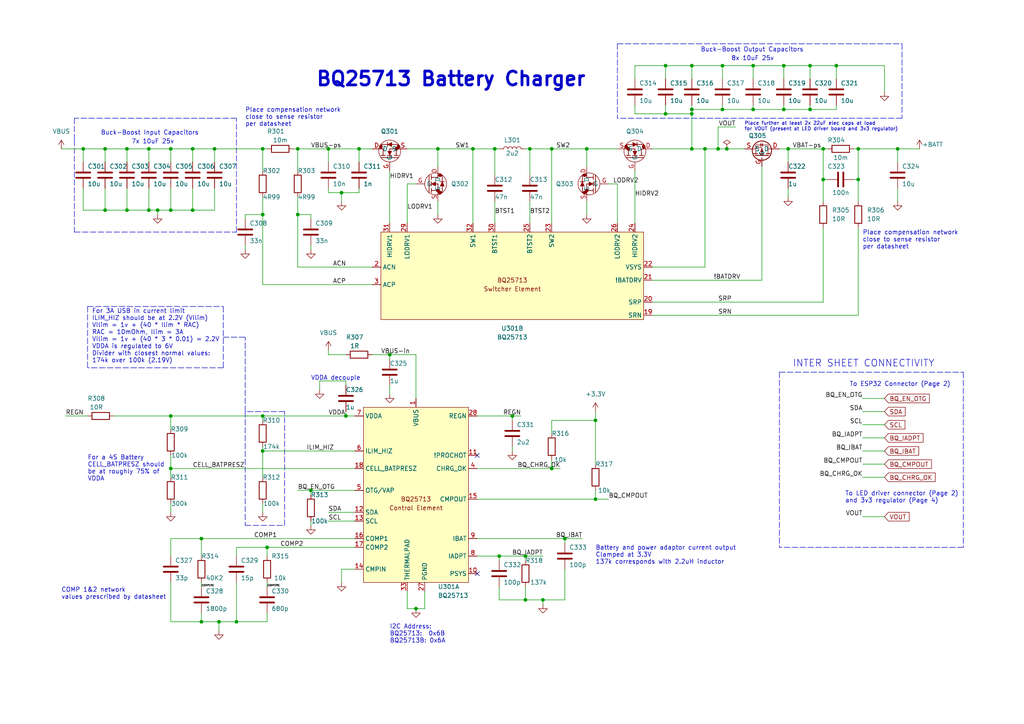
<source format=kicad_sch>
(kicad_sch (version 20211123) (generator eeschema)
  (paper "A4")
  (title_block (rev "0.3") (company "Eldalote Electronics"))
  (lib_symbols
    (symbol "Device:C" (pin_numbers hide) (pin_names (offset 0.254))
      (property "Reference" "C" (at 0.635 2.54 0))
      (property "Value" "C" (at 0.635 -2.54 0))
      (symbol "C_0_1"
        (polyline (pts (xy -2.032 -0.762) (xy 2.032 -0.762)) (stroke (width 0.508)))
        (polyline (pts (xy -2.032 0.762) (xy 2.032 0.762)) (stroke (width 0.508)))
      )
      (symbol "C_1_1"
        (pin passive line (at 0 3.81 270) (length 2.794) (name "~") (number "1"))
        (pin passive line (at 0 -3.81 90) (length 2.794) (name "~") (number "2"))
      )
    )
    (symbol "Device:L" (pin_numbers hide) (pin_names (offset 1.016) hide)
      (property "Reference" "L" (at -1.27 0 90))
      (property "Value" "L" (at 1.905 0 90))
      (symbol "L_0_1"
        (arc (start 0 -2.54) (mid 0.635 -1.905) (end 0 -1.27))
        (arc (start 0 -1.27) (mid 0.635 -0.635) (end 0 0))
        (arc (start 0 0) (mid 0.635 0.635) (end 0 1.27))
        (arc (start 0 1.27) (mid 0.635 1.905) (end 0 2.54))
      )
      (symbol "L_1_1"
        (pin passive line (at 0 3.81 270) (length 1.27) (name "1") (number "1"))
        (pin passive line (at 0 -3.81 90) (length 1.27) (name "2") (number "2"))
      )
    )
    (symbol "Device:R" (pin_numbers hide) (pin_names (offset 0))
      (property "Reference" "R" (at 2.032 0 90))
      (property "Value" "R" (at 0 0 90))
      (symbol "R_0_1"
        (rectangle (start -1.016 -2.54) (end 1.016 2.54) (stroke (width 0.254)))
      )
      (symbol "R_1_1"
        (pin passive line (at 0 3.81 270) (length 1.27) (name "~") (number "1"))
        (pin passive line (at 0 -3.81 90) (length 1.27) (name "~") (number "2"))
      )
    )
    (symbol "Eldalote_symbols:BQ25713"
      (property "Reference" "U" (at 6.35 26.67 0))
      (property "Value" "BQ25713" (at 10.16 29.21 0))
      (symbol "BQ25713_0_0"
        (text "BQ25713" (at 0 -1.27 0) (effects (font (size 1.27 1.27))))
      )
      (symbol "BQ25713_1_1"
        (rectangle (start -15.24 25.4) (end 15.24 -25.4) (fill (type background)))
        (text "Control Element" (at 0 -3.81 0) (effects (font (size 1.27 1.27))))
        (pin passive line (at 0 27.94 270) (length 2.54) (name "VBUS") (number "1"))
        (pin output line (at 17.78 -22.86 180) (length 2.54) (name "PSYS") (number "10"))
        (pin output line (at 17.78 11.43 180) (length 2.54) (name "!PROCHOT") (number "11"))
        (pin bidirectional line (at -17.78 -5.08 0) (length 2.54) (name "SDA") (number "12"))
        (pin input line (at -17.78 -7.62 0) (length 2.54) (name "SCL") (number "13"))
        (pin input line (at -17.78 -21.59 0) (length 2.54) (name "CMPIN") (number "14"))
        (pin output line (at 17.78 -1.27 180) (length 2.54) (name "CMPOUT") (number "15"))
        (pin input line (at -17.78 -12.7 0) (length 2.54) (name "COMP1") (number "16"))
        (pin input line (at -17.78 -15.24 0) (length 2.54) (name "COMP2") (number "17"))
        (pin input line (at -17.78 7.62 0) (length 2.54) (name "CELL_BATPRESZ") (number "18"))
        (pin power_in line (at 2.54 -27.94 90) (length 2.54) (name "PGND") (number "27"))
        (pin power_out line (at 17.78 22.86 180) (length 2.54) (name "REGN") (number "28"))
        (pin passive line (at -2.54 -27.94 90) (length 2.54) (name "THERMALPAD") (number "33"))
        (pin output line (at 17.78 7.62 180) (length 2.54) (name "CHRG_OK") (number "4"))
        (pin input line (at -17.78 1.27 0) (length 2.54) (name "OTG/VAP") (number "5"))
        (pin input line (at -17.78 12.7 0) (length 2.54) (name "ILIM_HIZ") (number "6"))
        (pin passive line (at -17.78 22.86 0) (length 2.54) (name "VDDA") (number "7"))
        (pin output line (at 17.78 -17.78 180) (length 2.54) (name "IADPT") (number "8"))
        (pin output line (at 17.78 -12.7 180) (length 2.54) (name "IBAT") (number "9"))
      )
      (symbol "BQ25713_2_1"
        (rectangle (start -38.1 12.7) (end 38.1 -12.7) (fill (type background)))
        (text "Switcher Element" (at 0 -3.81 0) (effects (font (size 1.27 1.27))))
        (pin passive line (at 40.64 -11.43 180) (length 2.54) (name "SRN") (number "19"))
        (pin passive line (at -40.64 2.54 0) (length 2.54) (name "ACN") (number "2"))
        (pin passive line (at 40.64 -7.62 180) (length 2.54) (name "SRP") (number "20"))
        (pin output line (at 40.64 -1.27 180) (length 2.54) (name "!BATDRV") (number "21"))
        (pin passive line (at 40.64 2.54 180) (length 2.54) (name "VSYS") (number "22"))
        (pin passive line (at 11.43 15.24 270) (length 2.54) (name "SW2") (number "23"))
        (pin output line (at 35.56 15.24 270) (length 2.54) (name "HIDRV2") (number "24"))
        (pin passive line (at 5.08 15.24 270) (length 2.54) (name "BTST2") (number "25"))
        (pin output line (at 30.48 15.24 270) (length 2.54) (name "LODRV2") (number "26"))
        (pin output line (at -30.48 15.24 270) (length 2.54) (name "LODRV1") (number "29"))
        (pin passive line (at -40.64 -2.54 0) (length 2.54) (name "ACP") (number "3"))
        (pin passive line (at -5.08 15.24 270) (length 2.54) (name "BTST1") (number "30"))
        (pin output line (at -35.56 15.24 270) (length 2.54) (name "HIDRV1") (number "31"))
        (pin passive line (at -11.43 15.24 270) (length 2.54) (name "SW1") (number "32"))
      )
    )
    (symbol "Eldalote_symbols:NFET_Gatenames"
      (property "Reference" "Q" (at 1.27 3.81 0))
      (symbol "NFET_Gatenames_0_1"
        (circle (center -0.635 0) (radius 3.175))
      )
      (symbol "NFET_Gatenames_1_1"
        (circle (center 0 -1.905) (radius 0.0254) (stroke (width 0.508)))
        (polyline (pts (xy -2.54 -2.54) (xy -2.54 2.54)) (stroke (width 0.2032)))
        (polyline (pts (xy -1.905 -2.54) (xy -1.905 -1.27)) (stroke (width 0.2032)))
        (polyline (pts (xy -1.905 -1.905) (xy 0 -1.905)) (stroke (width 0.2032)))
        (polyline (pts (xy -1.905 -0.635) (xy -1.905 0.635)) (stroke (width 0.2032)))
        (polyline (pts (xy -1.905 1.27) (xy -1.905 2.54)) (stroke (width 0.2032)))
        (polyline (pts (xy -1.905 1.905) (xy 0 1.905)) (stroke (width 0.2032)))
        (polyline (pts (xy -0.635 0) (xy 0 0)) (stroke (width 0.2032)))
        (polyline (pts (xy 0 -2.54) (xy 0 0)) (stroke (width 0.2032)))
        (polyline (pts (xy 0 -2.54) (xy 1.27 -2.54)) (stroke (width 0.2032)))
        (polyline (pts (xy 0 1.905) (xy 0 2.54)) (stroke (width 0.2032)))
        (polyline (pts (xy 0 2.54) (xy 1.27 2.54)) (stroke (width 0.2032)))
        (polyline (pts (xy 1.27 -2.54) (xy 1.27 -0.635)) (stroke (width 0.2032)))
        (polyline (pts (xy 1.27 0.635) (xy 1.27 2.54)) (stroke (width 0.2032)))
        (polyline (pts (xy 1.905 0.635) (xy 0.635 0.635)) (stroke (width 0.2032)))
        (polyline (pts (xy -0.635 0.635) (xy -1.905 0) (xy -0.635 -0.635) (xy -0.635 0.635)) (stroke (width 0.0254)) (fill (type outline)))
        (polyline (pts (xy 1.905 -0.635) (xy 0.635 -0.635) (xy 1.27 0.635) (xy 1.905 -0.635)) (stroke (width 0.0254)) (fill (type outline)))
        (circle (center 0.635 -2.54) (radius 0.0254) (stroke (width 0.508)))
        (circle (center 0.635 2.54) (radius 0.0254) (stroke (width 0.508)))
        (pin passive line (at 0 5.08 270) (length 2.54) (name "D") (number "D"))
        (pin passive line (at -6.35 0 0) (length 2.54) (name "G") (number "G"))
        (pin passive line (at 0 -5.08 90) (length 2.54) (name "S") (number "S"))
      )
    )
    (symbol "Eldalote_symbols:PMOS_Gatenames"
      (property "Reference" "Q" (at 1.27 3.81 0))
      (symbol "PMOS_Gatenames_0_1"
        (circle (center -0.508 0) (radius 2.794) (stroke (width 0.254)))
        (polyline (pts (xy -1.905 1.905) (xy -1.905 -1.905)) (stroke (width 0.254)))
        (polyline (pts (xy -1.397 -1.27) (xy -1.397 -2.286)) (stroke (width 0.254)))
        (polyline (pts (xy -1.397 0.508) (xy -1.397 -0.508)) (stroke (width 0.254)))
        (polyline (pts (xy -1.397 2.286) (xy -1.397 1.27)) (stroke (width 0.254)))
        (polyline (pts (xy 0 -2.54) (xy 0 -1.778)))
        (polyline (pts (xy 0 2.54) (xy 0 1.778)))
        (polyline (pts (xy 0.381 -1.778) (xy 0.381 0) (xy -1.397 0)))
        (polyline (pts (xy -1.397 1.778) (xy 1.143 1.778) (xy 1.143 -1.778) (xy -1.397 -1.778)))
        (polyline (pts (xy 0.127 0) (xy -0.889 0.381) (xy -0.889 -0.381) (xy 0.127 0)) (fill (type outline)))
        (polyline (pts (xy 0.635 -0.508) (xy 0.762 -0.381) (xy 1.524 -0.381) (xy 1.651 -0.254)))
        (polyline (pts (xy 1.143 -0.381) (xy 0.762 0.254) (xy 1.524 0.254) (xy 1.143 -0.381)))
      )
      (symbol "PMOS_Gatenames_1_1"
        (pin passive line (at 0 5.08 270) (length 2.54) (name "D") (number "D"))
        (pin passive line (at -5.08 0 0) (length 2.54) (name "G") (number "G"))
        (pin passive line (at 0 -5.08 90) (length 2.54) (name "S") (number "S"))
      )
    )
    (symbol "power:+3.3V" (power) (pin_names (offset 0))
      (property "Value" "+3.3V" (at 0 3.556 0))
      (symbol "+3.3V_0_1"
        (polyline (pts (xy -0.762 1.27) (xy 0 2.54)))
        (polyline (pts (xy 0 0) (xy 0 2.54)))
        (polyline (pts (xy 0 2.54) (xy 0.762 1.27)))
      )
      (symbol "+3.3V_1_1"
        (pin power_in line (at 0 0 90) (length 0) hide (name "+3.3V") (number "1"))
      )
    )
    (symbol "power:+BATT" (power) (pin_names (offset 0))
      (property "Value" "+BATT" (at 0 3.556 0))
      (symbol "+BATT_0_1"
        (polyline (pts (xy -0.762 1.27) (xy 0 2.54)))
        (polyline (pts (xy 0 0) (xy 0 2.54)))
        (polyline (pts (xy 0 2.54) (xy 0.762 1.27)))
      )
      (symbol "+BATT_1_1"
        (pin power_in line (at 0 0 90) (length 0) hide (name "+BATT") (number "1"))
      )
    )
    (symbol "power:GND" (power) (pin_names (offset 0))
      (property "Value" "GND" (at 0 -3.81 0))
      (symbol "GND_0_1"
        (polyline (pts (xy 0 0) (xy 0 -1.27) (xy 1.27 -1.27) (xy 0 -2.54) (xy -1.27 -1.27) (xy 0 -1.27)))
      )
      (symbol "GND_1_1"
        (pin power_in line (at 0 0 270) (length 0) hide (name "GND") (number "1"))
      )
    )
    (symbol "power:PWR_FLAG" (power) (pin_numbers hide) (pin_names (offset 0) hide)
      (property "Value" "PWR_FLAG" (at 0 3.81 0))
      (symbol "PWR_FLAG_0_0"
        (pin power_out line (at 0 0 90) (length 0) (name "pwr") (number "1"))
      )
      (symbol "PWR_FLAG_0_1"
        (polyline (pts (xy 0 0) (xy 0 1.27) (xy -1.016 1.905) (xy 0 2.54) (xy 1.016 1.905) (xy 0 1.27)))
      )
    )
    (symbol "power:VBUS" (power) (pin_names (offset 0))
      (property "Value" "VBUS" (at 0 3.81 0))
      (symbol "VBUS_0_1"
        (polyline (pts (xy -0.762 1.27) (xy 0 2.54)))
        (polyline (pts (xy 0 0) (xy 0 2.54)))
        (polyline (pts (xy 0 2.54) (xy 0.762 1.27)))
      )
      (symbol "VBUS_1_1"
        (pin power_in line (at 0 0 90) (length 0) hide (name "VBUS") (number "1"))
      )
    )
  )
  (junction (at 45.72 60.96))
  (junction (at 227.33 31.75))
  (junction (at 172.72 144.78))
  (junction (at 228.6 43.18))
  (junction (at 90.17 142.24))
  (junction (at 238.76 43.18))
  (junction (at 43.18 60.96))
  (junction (at 36.83 43.18))
  (junction (at 160.02 135.89))
  (junction (at 99.06 55.88))
  (junction (at 260.35 43.18))
  (junction (at 242.57 19.05))
  (junction (at 36.83 60.96))
  (junction (at 218.44 31.75))
  (junction (at 160.02 43.18))
  (junction (at 62.23 43.18))
  (junction (at 77.47 158.75))
  (junction (at 238.76 52.07))
  (junction (at 200.66 19.05))
  (junction (at 157.48 173.99))
  (junction (at 209.55 31.75))
  (junction (at 120.65 176.53))
  (junction (at 152.4 173.99))
  (junction (at 43.18 43.18))
  (junction (at 58.42 156.21))
  (junction (at 95.25 43.18))
  (junction (at 234.95 19.05))
  (junction (at 63.5 180.34))
  (junction (at 49.53 120.65))
  (junction (at 76.2 43.18))
  (junction (at 127 43.18))
  (junction (at 218.44 19.05))
  (junction (at 100.33 120.65))
  (junction (at 49.53 43.18))
  (junction (at 172.72 121.92))
  (junction (at 113.03 102.87))
  (junction (at 210.82 43.18))
  (junction (at 76.2 120.65))
  (junction (at 209.55 19.05))
  (junction (at 55.88 60.96))
  (junction (at 170.18 43.18))
  (junction (at 204.47 43.18))
  (junction (at 148.59 120.65))
  (junction (at 68.58 180.34))
  (junction (at 153.67 43.18))
  (junction (at 200.66 31.75))
  (junction (at 163.83 156.21))
  (junction (at 200.66 43.18))
  (junction (at 152.4 161.29))
  (junction (at 137.16 43.18))
  (junction (at 58.42 180.34))
  (junction (at 193.04 33.02))
  (junction (at 49.53 135.89))
  (junction (at 200.66 33.02))
  (junction (at 143.51 43.18))
  (junction (at 24.13 43.18))
  (junction (at 76.2 62.23))
  (junction (at 193.04 19.05))
  (junction (at 208.28 43.18))
  (junction (at 76.2 130.81))
  (junction (at 86.36 43.18))
  (junction (at 86.36 62.23))
  (junction (at 248.92 43.18))
  (junction (at 144.78 161.29))
  (junction (at 30.48 43.18))
  (junction (at 104.14 43.18))
  (junction (at 30.48 60.96))
  (junction (at 49.53 60.96))
  (junction (at 227.33 19.05))
  (junction (at 55.88 43.18))
  (junction (at 248.92 52.07))
  (junction (at 234.95 31.75))
  (no_connect (at 138.43 132.08))
  (no_connect (at 138.43 166.37))
  (wire (pts (xy 62.23 60.96) (xy 62.23 54.61)))
  (wire (pts (xy 100.33 111.76) (xy 100.33 110.49)))
  (wire (pts (xy 90.17 152.4) (xy 90.17 151.13)))
  (wire (pts (xy 49.53 180.34) (xy 58.42 180.34)))
  (wire (pts (xy 179.07 53.34) (xy 179.07 64.77)))
  (wire (pts (xy 95.25 148.59) (xy 102.87 148.59)))
  (wire (pts (xy 209.55 19.05) (xy 218.44 19.05)))
  (wire (pts (xy 248.92 66.04) (xy 248.92 91.44)))
  (wire (pts (xy 49.53 46.99) (xy 49.53 43.18)))
  (wire (pts (xy 90.17 142.24) (xy 90.17 143.51)))
  (wire (pts (xy 95.25 43.18) (xy 104.14 43.18)))
  (wire (pts (xy 113.03 102.87) (xy 120.65 102.87)))
  (wire (pts (xy 49.53 43.18) (xy 55.88 43.18)))
  (wire (pts (xy 62.23 43.18) (xy 76.2 43.18)))
  (wire (pts (xy 218.44 19.05) (xy 218.44 22.86)))
  (wire (pts (xy 238.76 66.04) (xy 238.76 87.63)))
  (wire (pts (xy 260.35 54.61) (xy 260.35 58.42)))
  (wire (pts (xy 172.72 119.38) (xy 172.72 121.92)))
  (wire (pts (xy 118.11 53.34) (xy 120.65 53.34)))
  (wire (pts (xy 63.5 182.88) (xy 63.5 180.34)))
  (wire (pts (xy 68.58 158.75) (xy 68.58 161.29)))
  (wire (pts (xy 143.51 43.18) (xy 143.51 50.8)))
  (wire (pts (xy 55.88 54.61) (xy 55.88 60.96)))
  (wire (pts (xy 160.02 43.18) (xy 160.02 64.77)))
  (wire (pts (xy 189.23 81.28) (xy 220.98 81.28)))
  (wire (pts (xy 113.03 102.87) (xy 113.03 104.14)))
  (wire (pts (xy 238.76 43.18) (xy 240.03 43.18)))
  (wire (pts (xy 76.2 62.23) (xy 76.2 57.15)))
  (wire (pts (xy 250.19 115.57) (xy 256.54 115.57)))
  (wire (pts (xy 120.65 176.53) (xy 123.19 176.53)))
  (wire (pts (xy 100.33 120.65) (xy 102.87 120.65)))
  (wire (pts (xy 77.47 180.34) (xy 77.47 177.8)))
  (wire (pts (xy 172.72 142.24) (xy 172.72 144.78)))
  (polyline (pts (xy 25.4 88.9) (xy 25.4 106.68)))
  (wire (pts (xy 152.4 173.99) (xy 157.48 173.99)))
  (wire (pts (xy 138.43 161.29) (xy 144.78 161.29)))
  (wire (pts (xy 68.58 168.91) (xy 68.58 180.34)))
  (wire (pts (xy 49.53 146.05) (xy 49.53 148.59)))
  (polyline (pts (xy 64.77 106.68) (xy 25.4 106.68)))
  (wire (pts (xy 144.78 161.29) (xy 152.4 161.29)))
  (polyline (pts (xy 21.59 40.64) (xy 21.59 67.31)))
  (polyline (pts (xy 71.12 152.4) (xy 82.55 152.4)))
  (wire (pts (xy 153.67 43.18) (xy 153.67 50.8)))
  (wire (pts (xy 49.53 156.21) (xy 58.42 156.21)))
  (wire (pts (xy 86.36 43.18) (xy 95.25 43.18)))
  (wire (pts (xy 242.57 31.75) (xy 234.95 31.75)))
  (wire (pts (xy 43.18 46.99) (xy 43.18 43.18)))
  (wire (pts (xy 127 43.18) (xy 137.16 43.18)))
  (polyline (pts (xy 68.58 67.31) (xy 68.58 34.29)))
  (wire (pts (xy 248.92 91.44) (xy 189.23 91.44)))
  (wire (pts (xy 100.33 119.38) (xy 100.33 120.65)))
  (wire (pts (xy 107.95 77.47) (xy 86.36 77.47)))
  (wire (pts (xy 228.6 43.18) (xy 238.76 43.18)))
  (wire (pts (xy 200.66 30.48) (xy 200.66 31.75)))
  (wire (pts (xy 43.18 54.61) (xy 43.18 60.96)))
  (wire (pts (xy 250.19 123.19) (xy 256.54 123.19)))
  (wire (pts (xy 204.47 77.47) (xy 204.47 43.18)))
  (wire (pts (xy 77.47 168.91) (xy 77.47 170.18)))
  (wire (pts (xy 152.4 161.29) (xy 152.4 162.56)))
  (wire (pts (xy 242.57 19.05) (xy 256.54 19.05)))
  (wire (pts (xy 107.95 102.87) (xy 113.03 102.87)))
  (wire (pts (xy 220.98 48.26) (xy 220.98 81.28)))
  (wire (pts (xy 77.47 158.75) (xy 77.47 161.29)))
  (wire (pts (xy 260.35 46.99) (xy 260.35 43.18)))
  (wire (pts (xy 49.53 135.89) (xy 102.87 135.89)))
  (wire (pts (xy 86.36 62.23) (xy 86.36 77.47)))
  (wire (pts (xy 189.23 87.63) (xy 238.76 87.63)))
  (wire (pts (xy 100.33 102.87) (xy 95.25 102.87)))
  (wire (pts (xy 104.14 55.88) (xy 104.14 54.61)))
  (wire (pts (xy 85.09 43.18) (xy 86.36 43.18)))
  (wire (pts (xy 160.02 121.92) (xy 172.72 121.92)))
  (wire (pts (xy 250.19 130.81) (xy 256.54 130.81)))
  (wire (pts (xy 55.88 43.18) (xy 55.88 46.99)))
  (wire (pts (xy 30.48 60.96) (xy 36.83 60.96)))
  (wire (pts (xy 19.05 120.65) (xy 25.4 120.65)))
  (wire (pts (xy 76.2 43.18) (xy 76.2 49.53)))
  (wire (pts (xy 95.25 102.87) (xy 95.25 101.6)))
  (wire (pts (xy 137.16 43.18) (xy 143.51 43.18)))
  (wire (pts (xy 49.53 60.96) (xy 55.88 60.96)))
  (wire (pts (xy 107.95 82.55) (xy 76.2 82.55)))
  (wire (pts (xy 100.33 110.49) (xy 92.71 110.49)))
  (wire (pts (xy 138.43 135.89) (xy 160.02 135.89)))
  (wire (pts (xy 163.83 157.48) (xy 163.83 156.21)))
  (wire (pts (xy 209.55 19.05) (xy 209.55 22.86)))
  (wire (pts (xy 184.15 49.53) (xy 184.15 64.77)))
  (wire (pts (xy 204.47 43.18) (xy 208.28 43.18)))
  (wire (pts (xy 193.04 19.05) (xy 193.04 22.86)))
  (polyline (pts (xy 279.4 158.75) (xy 226.06 158.75)))
  (wire (pts (xy 123.19 171.45) (xy 123.19 176.53)))
  (wire (pts (xy 260.35 43.18) (xy 266.7 43.18)))
  (polyline (pts (xy 82.55 152.4) (xy 82.55 119.38)))
  (wire (pts (xy 118.11 171.45) (xy 118.11 176.53)))
  (wire (pts (xy 247.65 43.18) (xy 248.92 43.18)))
  (wire (pts (xy 234.95 19.05) (xy 234.95 22.86)))
  (wire (pts (xy 127 58.42) (xy 127 62.23)))
  (polyline (pts (xy 64.77 97.79) (xy 71.12 97.79)))
  (wire (pts (xy 152.4 161.29) (xy 157.48 161.29)))
  (wire (pts (xy 250.19 138.43) (xy 256.54 138.43)))
  (wire (pts (xy 95.25 43.18) (xy 95.25 46.99)))
  (wire (pts (xy 102.87 130.81) (xy 76.2 130.81)))
  (wire (pts (xy 200.66 33.02) (xy 200.66 43.18)))
  (wire (pts (xy 90.17 63.5) (xy 90.17 62.23)))
  (wire (pts (xy 113.03 49.53) (xy 113.03 64.77)))
  (wire (pts (xy 90.17 62.23) (xy 86.36 62.23)))
  (wire (pts (xy 71.12 71.12) (xy 71.12 72.39)))
  (wire (pts (xy 99.06 165.1) (xy 99.06 168.91)))
  (wire (pts (xy 86.36 57.15) (xy 86.36 62.23)))
  (wire (pts (xy 153.67 43.18) (xy 160.02 43.18)))
  (wire (pts (xy 200.66 19.05) (xy 200.66 22.86)))
  (wire (pts (xy 76.2 120.65) (xy 100.33 120.65)))
  (wire (pts (xy 247.65 52.07) (xy 248.92 52.07)))
  (wire (pts (xy 228.6 43.18) (xy 228.6 46.99)))
  (wire (pts (xy 24.13 43.18) (xy 30.48 43.18)))
  (wire (pts (xy 49.53 168.91) (xy 49.53 180.34)))
  (wire (pts (xy 24.13 60.96) (xy 30.48 60.96)))
  (polyline (pts (xy 21.59 67.31) (xy 68.58 67.31)))
  (wire (pts (xy 218.44 30.48) (xy 218.44 31.75)))
  (wire (pts (xy 127 43.18) (xy 127 48.26)))
  (wire (pts (xy 148.59 129.54) (xy 148.59 130.81)))
  (polyline (pts (xy 261.62 34.29) (xy 179.07 34.29)))
  (wire (pts (xy 17.78 43.18) (xy 24.13 43.18)))
  (wire (pts (xy 210.82 43.18) (xy 215.9 43.18)))
  (wire (pts (xy 58.42 168.91) (xy 58.42 170.18)))
  (wire (pts (xy 49.53 120.65) (xy 76.2 120.65)))
  (wire (pts (xy 163.83 156.21) (xy 168.91 156.21)))
  (wire (pts (xy 118.11 43.18) (xy 127 43.18)))
  (wire (pts (xy 234.95 31.75) (xy 227.33 31.75)))
  (wire (pts (xy 24.13 54.61) (xy 24.13 60.96)))
  (polyline (pts (xy 71.12 119.38) (xy 71.12 97.79)))
  (wire (pts (xy 209.55 30.48) (xy 209.55 31.75)))
  (wire (pts (xy 76.2 121.92) (xy 76.2 120.65)))
  (wire (pts (xy 102.87 158.75) (xy 77.47 158.75)))
  (wire (pts (xy 227.33 31.75) (xy 218.44 31.75)))
  (wire (pts (xy 184.15 19.05) (xy 193.04 19.05)))
  (wire (pts (xy 55.88 60.96) (xy 62.23 60.96)))
  (wire (pts (xy 49.53 135.89) (xy 49.53 138.43)))
  (wire (pts (xy 68.58 158.75) (xy 77.47 158.75)))
  (wire (pts (xy 144.78 170.18) (xy 144.78 173.99)))
  (wire (pts (xy 113.03 111.76) (xy 113.03 114.3)))
  (wire (pts (xy 92.71 110.49) (xy 92.71 113.03)))
  (wire (pts (xy 76.2 130.81) (xy 76.2 138.43)))
  (polyline (pts (xy 25.4 88.9) (xy 64.77 88.9)))
  (wire (pts (xy 58.42 180.34) (xy 63.5 180.34)))
  (wire (pts (xy 250.19 119.38) (xy 256.54 119.38)))
  (wire (pts (xy 172.72 144.78) (xy 176.53 144.78)))
  (wire (pts (xy 36.83 43.18) (xy 43.18 43.18)))
  (wire (pts (xy 226.06 43.18) (xy 228.6 43.18)))
  (wire (pts (xy 30.48 43.18) (xy 36.83 43.18)))
  (wire (pts (xy 160.02 125.73) (xy 160.02 121.92)))
  (wire (pts (xy 138.43 144.78) (xy 172.72 144.78)))
  (wire (pts (xy 227.33 19.05) (xy 234.95 19.05)))
  (wire (pts (xy 208.28 36.83) (xy 213.36 36.83)))
  (wire (pts (xy 184.15 22.86) (xy 184.15 19.05)))
  (wire (pts (xy 43.18 60.96) (xy 45.72 60.96)))
  (wire (pts (xy 153.67 58.42) (xy 153.67 64.77)))
  (wire (pts (xy 118.11 53.34) (xy 118.11 64.77)))
  (wire (pts (xy 193.04 30.48) (xy 193.04 33.02)))
  (wire (pts (xy 250.19 127) (xy 256.54 127)))
  (wire (pts (xy 143.51 58.42) (xy 143.51 64.77)))
  (wire (pts (xy 228.6 54.61) (xy 228.6 57.15)))
  (wire (pts (xy 170.18 43.18) (xy 170.18 48.26)))
  (wire (pts (xy 68.58 180.34) (xy 77.47 180.34)))
  (wire (pts (xy 170.18 58.42) (xy 170.18 62.23)))
  (wire (pts (xy 138.43 120.65) (xy 148.59 120.65)))
  (wire (pts (xy 102.87 165.1) (xy 99.06 165.1)))
  (wire (pts (xy 148.59 120.65) (xy 148.59 121.92)))
  (wire (pts (xy 120.65 115.57) (xy 120.65 102.87)))
  (wire (pts (xy 58.42 156.21) (xy 58.42 161.29)))
  (wire (pts (xy 163.83 173.99) (xy 157.48 173.99)))
  (wire (pts (xy 24.13 46.99) (xy 24.13 43.18)))
  (wire (pts (xy 49.53 135.89) (xy 49.53 132.08)))
  (wire (pts (xy 43.18 43.18) (xy 49.53 43.18)))
  (wire (pts (xy 45.72 60.96) (xy 49.53 60.96)))
  (polyline (pts (xy 64.77 88.9) (xy 64.77 106.68)))
  (wire (pts (xy 189.23 77.47) (xy 204.47 77.47)))
  (wire (pts (xy 250.19 134.62) (xy 256.54 134.62)))
  (wire (pts (xy 71.12 62.23) (xy 76.2 62.23)))
  (wire (pts (xy 238.76 52.07) (xy 238.76 58.42)))
  (wire (pts (xy 193.04 33.02) (xy 200.66 33.02)))
  (polyline (pts (xy 82.55 119.38) (xy 71.12 119.38)))
  (wire (pts (xy 49.53 161.29) (xy 49.53 156.21)))
  (wire (pts (xy 36.83 60.96) (xy 43.18 60.96)))
  (wire (pts (xy 208.28 43.18) (xy 210.82 43.18)))
  (wire (pts (xy 160.02 43.18) (xy 170.18 43.18)))
  (polyline (pts (xy 68.58 34.29) (xy 21.59 34.29)))
  (wire (pts (xy 200.66 19.05) (xy 209.55 19.05)))
  (polyline (pts (xy 261.62 12.7) (xy 261.62 34.29)))
  (polyline (pts (xy 226.06 107.95) (xy 279.4 107.95)))
  (wire (pts (xy 58.42 180.34) (xy 58.42 177.8)))
  (wire (pts (xy 77.47 43.18) (xy 76.2 43.18)))
  (wire (pts (xy 218.44 31.75) (xy 209.55 31.75)))
  (polyline (pts (xy 279.4 107.95) (xy 279.4 158.75)))
  (wire (pts (xy 137.16 43.18) (xy 137.16 64.77)))
  (wire (pts (xy 152.4 170.18) (xy 152.4 173.99)))
  (wire (pts (xy 144.78 173.99) (xy 152.4 173.99)))
  (polyline (pts (xy 71.12 119.38) (xy 71.12 152.4)))
  (wire (pts (xy 76.2 82.55) (xy 76.2 62.23)))
  (wire (pts (xy 99.06 55.88) (xy 104.14 55.88)))
  (wire (pts (xy 36.83 54.61) (xy 36.83 60.96)))
  (wire (pts (xy 189.23 43.18) (xy 200.66 43.18)))
  (wire (pts (xy 157.48 173.99) (xy 157.48 175.26)))
  (wire (pts (xy 242.57 19.05) (xy 242.57 22.86)))
  (wire (pts (xy 160.02 135.89) (xy 162.56 135.89)))
  (wire (pts (xy 30.48 46.99) (xy 30.48 43.18)))
  (wire (pts (xy 86.36 142.24) (xy 90.17 142.24)))
  (wire (pts (xy 209.55 31.75) (xy 200.66 31.75)))
  (wire (pts (xy 76.2 146.05) (xy 76.2 148.59)))
  (wire (pts (xy 95.25 54.61) (xy 95.25 55.88)))
  (wire (pts (xy 170.18 43.18) (xy 179.07 43.18)))
  (wire (pts (xy 184.15 30.48) (xy 184.15 33.02)))
  (wire (pts (xy 118.11 176.53) (xy 120.65 176.53)))
  (wire (pts (xy 227.33 30.48) (xy 227.33 31.75)))
  (wire (pts (xy 45.72 60.96) (xy 45.72 62.23)))
  (wire (pts (xy 184.15 33.02) (xy 193.04 33.02)))
  (wire (pts (xy 256.54 19.05) (xy 256.54 26.67)))
  (wire (pts (xy 200.66 31.75) (xy 200.66 33.02)))
  (wire (pts (xy 238.76 52.07) (xy 240.03 52.07)))
  (wire (pts (xy 218.44 19.05) (xy 227.33 19.05)))
  (wire (pts (xy 143.51 43.18) (xy 144.78 43.18)))
  (polyline (pts (xy 179.07 12.7) (xy 261.62 12.7)))
  (wire (pts (xy 33.02 120.65) (xy 49.53 120.65)))
  (wire (pts (xy 238.76 43.18) (xy 238.76 52.07)))
  (wire (pts (xy 234.95 19.05) (xy 242.57 19.05)))
  (wire (pts (xy 242.57 30.48) (xy 242.57 31.75)))
  (wire (pts (xy 227.33 19.05) (xy 227.33 22.86)))
  (wire (pts (xy 163.83 165.1) (xy 163.83 173.99)))
  (wire (pts (xy 200.66 43.18) (xy 204.47 43.18)))
  (wire (pts (xy 63.5 180.34) (xy 68.58 180.34)))
  (wire (pts (xy 102.87 142.24) (xy 90.17 142.24)))
  (wire (pts (xy 248.92 43.18) (xy 248.92 52.07)))
  (wire (pts (xy 71.12 63.5) (xy 71.12 62.23)))
  (wire (pts (xy 55.88 43.18) (xy 62.23 43.18)))
  (wire (pts (xy 248.92 43.18) (xy 260.35 43.18)))
  (wire (pts (xy 148.59 120.65) (xy 151.13 120.65)))
  (wire (pts (xy 99.06 55.88) (xy 99.06 58.42)))
  (wire (pts (xy 95.25 151.13) (xy 102.87 151.13)))
  (wire (pts (xy 152.4 43.18) (xy 153.67 43.18)))
  (wire (pts (xy 160.02 135.89) (xy 160.02 133.35)))
  (wire (pts (xy 95.25 55.88) (xy 99.06 55.88)))
  (wire (pts (xy 144.78 161.29) (xy 144.78 162.56)))
  (wire (pts (xy 248.92 52.07) (xy 248.92 58.42)))
  (wire (pts (xy 49.53 54.61) (xy 49.53 60.96)))
  (wire (pts (xy 76.2 130.81) (xy 76.2 129.54)))
  (wire (pts (xy 172.72 121.92) (xy 172.72 134.62)))
  (wire (pts (xy 49.53 120.65) (xy 49.53 124.46)))
  (wire (pts (xy 90.17 71.12) (xy 90.17 72.39)))
  (wire (pts (xy 176.53 53.34) (xy 179.07 53.34)))
  (wire (pts (xy 102.87 156.21) (xy 58.42 156.21)))
  (wire (pts (xy 104.14 43.18) (xy 104.14 46.99)))
  (wire (pts (xy 36.83 46.99) (xy 36.83 43.18)))
  (wire (pts (xy 193.04 19.05) (xy 200.66 19.05)))
  (wire (pts (xy 62.23 46.99) (xy 62.23 43.18)))
  (wire (pts (xy 138.43 156.21) (xy 163.83 156.21)))
  (wire (pts (xy 250.19 149.86) (xy 256.54 149.86)))
  (polyline (pts (xy 179.07 12.7) (xy 179.07 34.29)))
  (wire (pts (xy 104.14 43.18) (xy 107.95 43.18)))
  (polyline (pts (xy 21.59 34.29) (xy 21.59 40.64)))
  (wire (pts (xy 30.48 54.61) (xy 30.48 60.96)))
  (polyline (pts (xy 226.06 107.95) (xy 226.06 158.75)))
  (wire (pts (xy 86.36 43.18) (xy 86.36 49.53)))
  (wire (pts (xy 234.95 30.48) (xy 234.95 31.75)))
  (wire (pts (xy 208.28 43.18) (xy 208.28 36.83)))
  (text "To LED driver connector (Page 2)\nand 3v3 regulator (Page 4)\n" (at 245.11 146.05 0) (effects (font (size 1.27 1.27)) (justify left bottom)))
  (text "Buck-Boost Input Capacitors" (at 29.21 39.37 0) (effects (font (size 1.27 1.27)) (justify left bottom)))
  (text "INTER SHEET CONNECTIVITY" (at 229.87 106.68 0) (effects (font (size 2 2)) (justify left bottom)))
  (text "For a 4S Battery \nCELL_BATPRESZ should\nbe at roughly 75% of \nVDDA" (at 25.4 139.7 0) (effects (font (size 1.27 1.27)) (justify left bottom)))
  (text "7x 10uF 25v " (at 38.1 41.91 0) (effects (font (size 1.27 1.27)) (justify left bottom)))
  (text "8x 10uF 25v " (at 212.09 17.78 0) (effects (font (size 1.27 1.27)) (justify left bottom)))
  (text "COMP 1&2 network\nvalues prescribed by datasheet\n" (at 17.78 173.99 0) (effects (font (size 1.27 1.27)) (justify left bottom)))
  (text "Place further at least 2x 22uF elec caps at load\nfor VOUT (present at LED driver board and 3v3 regulator)" (at 215.9 38.1 0) (effects (font (size 1 1)) (justify left bottom)))
  (text "BQ25713 Battery Charger " (at 91.44 25.4 0) (effects (font (size 4 4) (thickness 0.8) bold) (justify left bottom)))
  (text "VDDA decouple\n" (at 90.17 110.49 0) (effects (font (size 1.27 1.27)) (justify left bottom)))
  (text "To ESP32 Connector (Page 2)\n\n" (at 246.38 114.3 0) (effects (font (size 1.27 1.27)) (justify left bottom)))
  (text "Place compensation network\nclose to sense resistor\nper datasheet\n" (at 250.19 72.39 0) (effects (font (size 1.27 1.27)) (justify left bottom)))
  (text "Buck-Boost Output Capacitors" (at 203.2 15.24 0) (effects (font (size 1.27 1.27)) (justify left bottom)))
  (text "Battery and power adaptor current output\nClamped at 3.3V\n137k corresponds with 2.2uH inductor\n" (at 172.72 163.83 0) (effects (font (size 1.27 1.27)) (justify left bottom)))
  (text "Place compensation network\nclose to sense resistor\nper datasheet\n" (at 71.12 36.83 0) (effects (font (size 1.27 1.27)) (justify left bottom)))
  (text "I2C Address: \nBQ25713:  0x6B\nBQ25713B: 0x6A" (at 113.03 186.69 0) (effects (font (size 1.27 1.27)) (justify left bottom)))
  (text "For 3A USB in current limit\nILIM_HIZ should be at 2.2V (VIlim)\nVIlim = 1v + (40 * Ilim * RAC)\nRAC = 10mOhm, Ilim = 3A\nVIlim = 1v + (40 * 3 * 0.01) = 2.2V\nVDDA is regulated to 6V\nDivider with closest normal values:\n174k over 100k (2.19V)" (at 26.67 105.41 0) (effects (font (size 1.27 1.27)) (justify left bottom)))
  (label "SCL" (at 250.19 123.19 180))
  (label "REGN" (at 151.13 120.65 180))
  (label "VOUT" (at 213.36 36.83 180))
  (label "CELL_BATPRESZ" (at 55.88 135.89 0))
  (label "SW1" (at 132.08 43.18 0))
  (label "HIDRV2" (at 184.15 57.15 0))
  (label "COMP2" (at 81.28 158.75 0))
  (label "REGN" (at 19.05 120.65 0))
  (label "ACN" (at 96.52 77.47 0))
  (label "SDA" (at 250.19 119.38 180))
  (label "BQ_CMPOUT" (at 250.19 134.62 180))
  (label "BTST2" (at 153.67 62.23 0))
  (label "BQ_IADPT" (at 250.19 127 180))
  (label "SCL" (at 95.25 151.13 0))
  (label "VBUS-in" (at 110.49 102.87 0))
  (label "HIDRV1" (at 113.03 52.07 0))
  (label "SRN" (at 208.28 91.44 0))
  (label "BQ_IADPT" (at 157.48 161.29 180))
  (label "ILIM_HIZ" (at 88.9 130.81 0))
  (label "BQ_EN_OTG" (at 250.19 115.57 180))
  (label "BQ_CHRG_OK" (at 250.19 138.43 180))
  (label "VOUT" (at 250.19 149.86 180))
  (label "VBAT-ps" (at 229.87 43.18 0))
  (label "SW2" (at 161.29 43.18 0))
  (label "BQ_CMPOUT" (at 176.53 144.78 0))
  (label "BQ_IBAT" (at 250.19 130.81 180))
  (label "ACP" (at 96.52 82.55 0))
  (label "SDA" (at 95.25 148.59 0))
  (label "COMP1RC" (at 58.42 170.18 0) (effects (font (size 0.5 0.5))))
  (label "VBUS-ps" (at 90.17 43.18 0))
  (label "COMP1" (at 73.66 156.21 0))
  (label "!BATDRV" (at 207.01 81.28 0))
  (label "VDDA" (at 95.25 120.65 0))
  (label "BQ_EN_OTG" (at 86.36 142.24 0))
  (label "LODRV1" (at 118.11 60.96 0))
  (label "BTST1" (at 143.51 62.23 0))
  (label "BQ_CHRG_OK" (at 162.56 135.89 180))
  (label "BQ_IBAT" (at 168.91 156.21 180))
  (label "LODRV2" (at 177.8 53.34 0))
  (label "SRP" (at 208.28 87.63 0))
  (label "COMP2RC" (at 77.47 170.18 0) (effects (font (size 0.5 0.5))))
  (global_label "BQ_IADPT" (shape input) (at 256.54 127 0) (property "Intersheet References" "${INTERSHEET_REFS}" (effects hide)))
  (global_label "VOUT" (shape input) (at 256.54 149.86 0) (property "Intersheet References" "${INTERSHEET_REFS}" (effects hide)))
  (global_label "BQ_CMPOUT" (shape input) (at 256.54 134.62 0) (property "Intersheet References" "${INTERSHEET_REFS}" (effects hide)))
  (global_label "BQ_IBAT" (shape input) (at 256.54 130.81 0) (property "Intersheet References" "${INTERSHEET_REFS}" (effects hide)))
  (global_label "BQ_EN_OTG" (shape input) (at 256.54 115.57 0) (property "Intersheet References" "${INTERSHEET_REFS}" (effects hide)))
  (global_label "SCL" (shape input) (at 256.54 123.19 0) (property "Intersheet References" "${INTERSHEET_REFS}" (effects hide)))
  (global_label "BQ_CHRG_OK" (shape input) (at 256.54 138.43 0) (property "Intersheet References" "${INTERSHEET_REFS}" (effects hide)))
  (global_label "SDA" (shape input) (at 256.54 119.38 0) (property "Intersheet References" "${INTERSHEET_REFS}" (effects hide)))
  (symbol (lib_id "Device:C") (at 260.35 50.8 0) (unit 1)
    (property "Reference" "C324" (at 261.62 48.26 0) (effects (justify left)))
    (property "Value" "10u" (at 261.62 53.34 0) (effects (justify left)))
    (property "Footprint" "Capacitor_SMD:C_0805_2012Metric" (effects hide))
    (property "Extra Requirement" "25V" (effects hide))
    (property "MfID" "CL21A106KAYNNNG" (effects hide))
  )
  (symbol (lib_id "Eldalote_symbols:NFET_Gatenames") (at 113.03 43.18 90) (unit 1)
    (property "Reference" "Q301" (at 113.03 38.1 90))
    (property "Value" "NFET_Gatenames" (effects hide))
    (property "Footprint" "Eldalote-footprints:DFN3x3A_8L_EP1_P" (effects hide))
    (property "MfID" "AON7400A" (effects hide))
  )
  (symbol (lib_id "Device:C") (at 227.33 26.67 0) (unit 1)
    (property "Reference" "C319" (at 228.6 24.13 0) (effects (justify left)))
    (property "Value" "10u" (at 228.6 29.21 0) (effects (justify left)))
    (property "Footprint" "Capacitor_SMD:C_0805_2012Metric" (effects hide))
    (property "Extra Requirement" "25V" (effects hide))
    (property "MfID" "CL21A106KAYNNNG" (effects hide))
  )
  (symbol (lib_id "Device:R") (at 29.21 120.65 90) (unit 1)
    (property "Reference" "R308" (at 27.94 115.57 90))
    (property "Value" "10R" (at 27.94 118.11 90))
    (property "Footprint" "Resistor_SMD:R_0402_1005Metric" (effects hide))
    (property "MfID" "RK73H1ETTP10R0F" (effects hide))
  )
  (symbol (lib_id "Device:C") (at 49.53 165.1 0) (unit 1)
    (property "Reference" "C327" (at 50.8 162.56 0) (effects (justify left)))
    (property "Value" "33p" (at 50.8 167.64 0) (effects (justify left)))
    (property "Footprint" "Capacitor_SMD:C_0402_1005Metric" (effects hide))
    (property "MfID" "885012005058" (effects hide))
  )
  (symbol (lib_id "power:GND") (at 45.72 62.23 0) (unit 1)
    (property "Reference" "#PWR0303" (effects hide))
    (property "Value" "GND" (effects hide))
  )
  (symbol (lib_id "power:GND") (at 260.35 58.42 0) (unit 1)
    (property "Reference" "#PWR0322" (effects hide))
    (property "Value" "GND" (effects hide))
  )
  (symbol (lib_id "Device:C") (at 242.57 26.67 0) (unit 1)
    (property "Reference" "C321" (at 243.84 24.13 0) (effects (justify left)))
    (property "Value" "10u" (at 243.84 29.21 0) (effects (justify left)))
    (property "Footprint" "Capacitor_SMD:C_0805_2012Metric" (effects hide))
    (property "Extra Requirement" "25V" (effects hide))
    (property "MfID" "CL21A106KAYNNNG" (effects hide))
  )
  (symbol (lib_id "Device:C") (at 24.13 50.8 0) (unit 1)
    (property "Reference" "C301" (at 25.4 48.26 0) (effects (justify left)))
    (property "Value" "10u" (at 25.4 53.34 0) (effects (justify left)))
    (property "Footprint" "Capacitor_SMD:C_0805_2012Metric" (effects hide))
    (property "Extra Requirement" "25V" (effects hide))
    (property "MfID" "CL21A106KAYNNNG" (effects hide))
  )
  (symbol (lib_id "Device:C") (at 100.33 115.57 180) (unit 1)
    (property "Reference" "C326" (at 105.41 113.03 0) (effects (justify left)))
    (property "Value" "1u" (at 102.87 118.11 0) (effects (justify left)))
    (property "Footprint" "Capacitor_SMD:C_0603_1608Metric" (effects hide))
    (property "Extra Requirement" "25V" (effects hide))
    (property "MfID" "CL10A105KA8NNNC" (effects hide))
  )
  (symbol (lib_id "Device:R") (at 152.4 166.37 180) (unit 1)
    (property "Reference" "R318" (at 154.94 162.56 0))
    (property "Value" "137k" (at 156.21 168.91 0))
    (property "Footprint" "Resistor_SMD:R_0402_1005Metric" (effects hide))
    (property "MfID" "RMCF0402FT137K" (effects hide))
  )
  (symbol (lib_id "power:GND") (at 71.12 72.39 0) (unit 1)
    (property "Reference" "#PWR0305" (effects hide))
    (property "Value" "GND" (effects hide))
  )
  (symbol (lib_id "Device:C") (at 49.53 50.8 0) (unit 1)
    (property "Reference" "C305" (at 50.8 48.26 0) (effects (justify left)))
    (property "Value" "10u" (at 50.8 53.34 0) (effects (justify left)))
    (property "Footprint" "Capacitor_SMD:C_0805_2012Metric" (effects hide))
    (property "Extra Requirement" "25V" (effects hide))
    (property "MfID" "CL21A106KAYNNNG" (effects hide))
  )
  (symbol (lib_id "power:GND") (at 99.06 168.91 0) (unit 1)
    (property "Reference" "#PWR0312" (effects hide))
    (property "Value" "GND" (effects hide))
  )
  (symbol (lib_id "Device:C") (at 218.44 26.67 0) (unit 1)
    (property "Reference" "C318" (at 219.71 24.13 0) (effects (justify left)))
    (property "Value" "10u" (at 219.71 29.21 0) (effects (justify left)))
    (property "Footprint" "Capacitor_SMD:C_0805_2012Metric" (effects hide))
    (property "Extra Requirement" "25V" (effects hide))
    (property "MfID" "CL21A106KAYNNNG" (effects hide))
  )
  (symbol (lib_id "power:VBUS") (at 95.25 101.6 0) (unit 1)
    (property "Reference" "#PWR0310" (effects hide))
    (property "Value" "VBUS" (at 95.25 96.52 0))
  )
  (symbol (lib_id "power:GND") (at 63.5 182.88 0) (unit 1)
    (property "Reference" "#PWR0304" (effects hide))
    (property "Value" "GND" (effects hide))
  )
  (symbol (lib_id "Device:R") (at 90.17 147.32 180) (unit 1)
    (property "Reference" "R313" (at 92.71 143.51 0))
    (property "Value" "100k" (at 92.71 151.13 0))
    (property "Footprint" "Resistor_SMD:R_0402_1005Metric" (effects hide))
    (property "MfID" "CR0402-FX-1003GLF" (effects hide))
  )
  (symbol (lib_id "Device:C") (at 234.95 26.67 0) (unit 1)
    (property "Reference" "C320" (at 236.22 24.13 0) (effects (justify left)))
    (property "Value" "10u" (at 236.22 29.21 0) (effects (justify left)))
    (property "Footprint" "Capacitor_SMD:C_0805_2012Metric" (effects hide))
    (property "Extra Requirement" "25V" (effects hide))
    (property "MfID" "CL21A106KAYNNNG" (effects hide))
  )
  (symbol (lib_id "Device:C") (at 36.83 50.8 0) (unit 1)
    (property "Reference" "C303" (at 38.1 48.26 0) (effects (justify left)))
    (property "Value" "10u" (at 38.1 53.34 0) (effects (justify left)))
    (property "Footprint" "Capacitor_SMD:C_0805_2012Metric" (effects hide))
    (property "Extra Requirement" "25V" (effects hide))
    (property "MfID" "CL21A106KAYNNNG" (effects hide))
  )
  (symbol (lib_id "Device:R") (at 76.2 142.24 180) (unit 1)
    (property "Reference" "R312" (at 78.74 138.43 0))
    (property "Value" "100k" (at 78.74 146.05 0))
    (property "Footprint" "Resistor_SMD:R_0402_1005Metric" (effects hide))
    (property "MfID" "CR0402-FX-1003GLF" (effects hide))
  )
  (symbol (lib_id "power:GND") (at 256.54 26.67 0) (unit 1)
    (property "Reference" "#PWR0321" (effects hide))
    (property "Value" "GND" (effects hide))
  )
  (symbol (lib_id "Device:C") (at 77.47 173.99 0) (unit 1)
    (property "Reference" "C330" (at 78.74 171.45 0) (effects (justify left)))
    (property "Value" "680p" (at 78.74 176.53 0) (effects (justify left)))
    (property "Footprint" "Capacitor_SMD:C_0402_1005Metric" (effects hide))
    (property "MfID" "885012205060" (effects hide))
  )
  (symbol (lib_id "Device:R") (at 243.84 43.18 90) (unit 1)
    (property "Reference" "R304" (at 242.57 40.64 90))
    (property "Value" "10m" (at 243.84 45.72 90))
    (property "Footprint" "Resistor_SMD:R_1206_3216Metric" (effects hide))
    (property "MfID" "D1MPC1206QR010FF-T5" (effects hide))
  )
  (symbol (lib_id "Device:C") (at 163.83 161.29 0) (unit 1)
    (property "Reference" "C333" (at 165.1 158.75 0) (effects (justify left)))
    (property "Value" "100p" (at 165.1 163.83 0) (effects (justify left)))
    (property "Footprint" "Capacitor_SMD:C_0402_1005Metric" (effects hide))
    (property "MfID" "885012205055" (effects hide))
  )
  (symbol (lib_id "Device:L") (at 148.59 43.18 90) (unit 1)
    (property "Reference" "L301" (at 148.59 40.64 90))
    (property "Value" "2u2" (at 148.59 44.45 90))
    (property "Footprint" "Eldalote-footprints:SRP-1265C" (effects hide))
    (property "MfID" "SRP1265C-2R2M" (effects hide))
  )
  (symbol (lib_id "Device:R") (at 104.14 102.87 90) (unit 1)
    (property "Reference" "R307" (at 102.87 97.79 90))
    (property "Value" "1R" (at 102.87 100.33 90))
    (property "Footprint" "Resistor_SMD:R_0603_1608Metric" (effects hide))
    (property "MfID" "RMCF0603FT1R00" (effects hide))
  )
  (symbol (lib_id "power:GND") (at 228.6 57.15 0) (unit 1)
    (property "Reference" "#PWR0320" (effects hide))
    (property "Value" "GND" (effects hide))
  )
  (symbol (lib_id "Device:C") (at 153.67 54.61 0) (unit 1)
    (property "Reference" "C313" (at 153.67 52.07 0) (effects (justify left)))
    (property "Value" "47n" (at 153.67 57.15 0) (effects (justify left)))
    (property "Footprint" "Capacitor_SMD:C_0402_1005Metric" (effects hide))
    (property "Extra Requirement" "25V" (effects hide))
    (property "MfID" "GRM155R71H473KE14D" (effects hide))
  )
  (symbol (lib_id "Device:C") (at 193.04 26.67 0) (unit 1)
    (property "Reference" "C315" (at 194.31 24.13 0) (effects (justify left)))
    (property "Value" "10u" (at 194.31 29.21 0) (effects (justify left)))
    (property "Footprint" "Capacitor_SMD:C_0805_2012Metric" (effects hide))
    (property "Extra Requirement" "25V" (effects hide))
    (property "MfID" "CL21A106KAYNNNG" (effects hide))
  )
  (symbol (lib_id "power:PWR_FLAG") (at 210.82 43.18 0) (unit 1)
    (property "Reference" "#FLG0101" (effects hide))
    (property "Value" "PWR_FLAG" (effects hide))
  )
  (symbol (lib_id "Eldalote_symbols:BQ25713") (at 120.65 143.51 0) (unit 1)
    (property "Reference" "U301" (at 127 170.18 0) (effects (justify left)))
    (property "Value" "BQ25713" (at 127 172.72 0) (effects (justify left)))
    (property "Footprint" "Package_DFN_QFN:Texas_S-PWQFN-N32_EP2.8x2.8mm" (effects hide))
    (property "MfID" "BQ25713BRSNR" (effects hide))
  )
  (symbol (lib_id "Device:C") (at 144.78 166.37 0) (unit 1)
    (property "Reference" "C332" (at 146.05 163.83 0) (effects (justify left)))
    (property "Value" "100p" (at 146.05 168.91 0) (effects (justify left)))
    (property "Footprint" "Capacitor_SMD:C_0402_1005Metric" (effects hide))
    (property "MfID" "885012205055" (effects hide))
  )
  (symbol (lib_id "Device:R") (at 86.36 53.34 180) (unit 1)
    (property "Reference" "R303" (at 86.36 49.53 0) (effects (justify right)))
    (property "Value" "4R99" (at 86.36 57.15 0) (effects (justify right)))
    (property "Footprint" "Resistor_SMD:R_0402_1005Metric" (effects hide))
    (property "MfID" "RC0402FR-074R99L" (effects hide))
  )
  (symbol (lib_id "Device:C") (at 113.03 107.95 0) (unit 1)
    (property "Reference" "C325" (at 113.03 105.41 0) (effects (justify left)))
    (property "Value" "1u" (at 113.03 110.49 0) (effects (justify left)))
    (property "Footprint" "Capacitor_SMD:C_0603_1608Metric" (effects hide))
    (property "Extra Requirement" "25V" (effects hide))
    (property "MfID" "CL10A105KA8NNNC" (effects hide))
  )
  (symbol (lib_id "Device:C") (at 43.18 50.8 0) (unit 1)
    (property "Reference" "C304" (at 44.45 48.26 0) (effects (justify left)))
    (property "Value" "10u" (at 44.45 53.34 0) (effects (justify left)))
    (property "Footprint" "Capacitor_SMD:C_0805_2012Metric" (effects hide))
    (property "Extra Requirement" "25V" (effects hide))
    (property "MfID" "CL21A106KAYNNNG" (effects hide))
  )
  (symbol (lib_id "power:GND") (at 90.17 72.39 0) (unit 1)
    (property "Reference" "#PWR0307" (effects hide))
    (property "Value" "GND" (effects hide))
  )
  (symbol (lib_id "power:GND") (at 49.53 148.59 0) (unit 1)
    (property "Reference" "#PWR0302" (effects hide))
    (property "Value" "GND" (effects hide))
  )
  (symbol (lib_id "Device:C") (at 71.12 67.31 0) (unit 1)
    (property "Reference" "C308" (at 72.39 64.77 0) (effects (justify left)))
    (property "Value" "33n" (at 72.39 69.85 0) (effects (justify left)))
    (property "Footprint" "Capacitor_SMD:C_0402_1005Metric" (effects hide))
    (property "Extra Requirement" "25V" (effects hide))
    (property "MfID" "885012205053" (effects hide))
  )
  (symbol (lib_id "power:GND") (at 76.2 148.59 0) (unit 1)
    (property "Reference" "#PWR0306" (effects hide))
    (property "Value" "GND" (effects hide))
  )
  (symbol (lib_id "power:VBUS") (at 17.78 43.18 0) (unit 1)
    (property "Reference" "#PWR0301" (effects hide))
    (property "Value" "VBUS" (at 17.78 38.1 0))
  )
  (symbol (lib_id "power:GND") (at 120.65 176.53 0) (unit 1)
    (property "Reference" "#PWR0314" (effects hide))
    (property "Value" "GND" (effects hide))
  )
  (symbol (lib_id "Device:C") (at 55.88 50.8 0) (unit 1)
    (property "Reference" "C306" (at 57.15 48.26 0) (effects (justify left)))
    (property "Value" "10u" (at 57.15 53.34 0) (effects (justify left)))
    (property "Footprint" "Capacitor_SMD:C_0805_2012Metric" (effects hide))
    (property "Extra Requirement" "25V" (effects hide))
    (property "MfID" "CL21A106KAYNNNG" (effects hide))
  )
  (symbol (lib_id "Device:C") (at 104.14 50.8 0) (unit 1)
    (property "Reference" "C311" (at 105.41 48.26 0) (effects (justify left)))
    (property "Value" "1n" (at 105.41 53.34 0) (effects (justify left)))
    (property "Footprint" "Capacitor_SMD:C_0402_1005Metric" (effects hide))
    (property "Extra Requirement" "25V" (effects hide))
    (property "MfID" "885012205061" (effects hide))
  )
  (symbol (lib_id "Device:C") (at 228.6 50.8 0) (unit 1)
    (property "Reference" "C322" (at 228.6 48.26 0) (effects (justify left)))
    (property "Value" "1u" (at 228.6 53.34 0) (effects (justify left)))
    (property "Footprint" "Capacitor_SMD:C_0603_1608Metric" (effects hide))
    (property "Extra Requirement" "25V" (effects hide))
    (property "MfID" "CL10A105KA8NNNC" (effects hide))
  )
  (symbol (lib_id "Device:R") (at 49.53 142.24 180) (unit 1)
    (property "Reference" "R311" (at 52.07 138.43 0))
    (property "Value" "300k" (at 52.07 146.05 0))
    (property "Footprint" "Resistor_SMD:R_0402_1005Metric" (effects hide))
    (property "MfID" "CR0402-FX-3003GLF" (effects hide))
  )
  (symbol (lib_id "Device:C") (at 200.66 26.67 0) (unit 1)
    (property "Reference" "C316" (at 201.93 24.13 0) (effects (justify left)))
    (property "Value" "10u" (at 201.93 29.21 0) (effects (justify left)))
    (property "Footprint" "Capacitor_SMD:C_0805_2012Metric" (effects hide))
    (property "Extra Requirement" "25V" (effects hide))
    (property "MfID" "CL21A106KAYNNNG" (effects hide))
  )
  (symbol (lib_id "Eldalote_symbols:NFET_Gatenames") (at 170.18 53.34 0) (mirror y) (unit 1)
    (property "Reference" "Q303" (at 166.37 53.3399 0) (effects (justify left)))
    (property "Value" "NFET_Gatenames" (effects hide))
    (property "Footprint" "Eldalote-footprints:DFN3x3A_8L_EP1_P" (effects hide))
    (property "MfID" "AON7400A" (effects hide))
  )
  (symbol (lib_id "Device:C") (at 243.84 52.07 90) (unit 1)
    (property "Reference" "C323" (at 245.11 48.26 90) (effects (justify left)))
    (property "Value" "100n" (at 246.38 55.88 90) (effects (justify left)))
    (property "Footprint" "Capacitor_SMD:C_0402_1005Metric" (effects hide))
    (property "Extra Requirement" "25V" (effects hide))
    (property "MfID" "CL05A104KA5NNNC" (effects hide))
  )
  (symbol (lib_id "Device:R") (at 49.53 128.27 180) (unit 1)
    (property "Reference" "R309" (at 52.07 124.46 0))
    (property "Value" "100k" (at 52.07 132.08 0))
    (property "Footprint" "Resistor_SMD:R_0402_1005Metric" (effects hide))
    (property "MfID" "CR0402-FX-1003GLF" (effects hide))
  )
  (symbol (lib_id "power:GND") (at 148.59 130.81 0) (unit 1)
    (property "Reference" "#PWR0316" (effects hide))
    (property "Value" "GND" (effects hide))
  )
  (symbol (lib_id "power:GND") (at 99.06 58.42 0) (unit 1)
    (property "Reference" "#PWR0311" (effects hide))
    (property "Value" "GND" (effects hide))
  )
  (symbol (lib_id "Device:C") (at 58.42 173.99 0) (unit 1)
    (property "Reference" "C328" (at 59.69 171.45 0) (effects (justify left)))
    (property "Value" "1800p" (at 59.69 176.53 0) (effects (justify left)))
    (property "Footprint" "Capacitor_SMD:C_0402_1005Metric" (effects hide))
    (property "MfID" "GCM155R71H182KA37D" (effects hide))
  )
  (symbol (lib_id "Device:R") (at 77.47 165.1 180) (unit 1)
    (property "Reference" "R315" (at 81.28 161.29 0))
    (property "Value" "10k" (at 81.28 167.64 0))
    (property "Footprint" "Resistor_SMD:R_0402_1005Metric" (effects hide))
    (property "MfID" "CR0402-FX-1002GLF" (effects hide))
  )
  (symbol (lib_id "Device:C") (at 148.59 125.73 0) (unit 1)
    (property "Reference" "C331" (at 149.86 123.19 0) (effects (justify left)))
    (property "Value" "2u2" (at 149.86 128.27 0) (effects (justify left)))
    (property "Footprint" "Capacitor_SMD:C_0603_1608Metric" (effects hide))
    (property "Extra Requirement" "10V" (effects hide))
    (property "MfID" "CL10A225KO8NNNC" (effects hide))
  )
  (symbol (lib_id "power:GND") (at 92.71 113.03 0) (unit 1)
    (property "Reference" "#PWR0309" (effects hide))
    (property "Value" "GND" (effects hide))
  )
  (symbol (lib_id "Device:C") (at 62.23 50.8 0) (unit 1)
    (property "Reference" "C307" (at 63.5 48.26 0) (effects (justify left)))
    (property "Value" "10u" (at 63.5 53.34 0) (effects (justify left)))
    (property "Footprint" "Capacitor_SMD:C_0805_2012Metric" (effects hide))
    (property "Extra Requirement" "25V" (effects hide))
    (property "MfID" "CL21A106KAYNNNG" (effects hide))
  )
  (symbol (lib_id "Eldalote_symbols:NFET_Gatenames") (at 127 53.34 0) (unit 1)
    (property "Reference" "Q302" (at 130.81 53.3399 0) (effects (justify left)))
    (property "Value" "NFET_Gatenames" (effects hide))
    (property "Footprint" "Eldalote-footprints:DFN3x3A_8L_EP1_P" (effects hide))
    (property "MfID" "AON7400A" (effects hide))
  )
  (symbol (lib_id "power:GND") (at 90.17 152.4 0) (unit 1)
    (property "Reference" "#PWR0308" (effects hide))
    (property "Value" "GND" (effects hide))
  )
  (symbol (lib_id "power:GND") (at 157.48 175.26 0) (unit 1)
    (property "Reference" "#PWR0317" (effects hide))
    (property "Value" "GND" (effects hide))
  )
  (symbol (lib_id "power:GND") (at 127 62.23 0) (unit 1)
    (property "Reference" "#PWR0315" (effects hide))
    (property "Value" "GND" (effects hide))
  )
  (symbol (lib_id "Device:R") (at 76.2 125.73 180) (unit 1)
    (property "Reference" "R310" (at 78.74 121.92 0))
    (property "Value" "174k" (at 78.74 129.54 0))
    (property "Footprint" "Resistor_SMD:R_0402_1005Metric" (effects hide))
    (property "MfID" "RMCF0402FT174K" (effects hide))
  )
  (symbol (lib_id "Device:R") (at 248.92 62.23 180) (unit 1)
    (property "Reference" "R306" (at 251.46 60.9599 0) (effects (justify right)))
    (property "Value" "10R" (at 251.46 63.4999 0) (effects (justify right)))
    (property "Footprint" "Resistor_SMD:R_0402_1005Metric" (effects hide))
    (property "MfID" "RK73H1ETTP10R0F" (effects hide))
  )
  (symbol (lib_id "Device:C") (at 95.25 50.8 0) (unit 1)
    (property "Reference" "C310" (at 96.52 48.26 0) (effects (justify left)))
    (property "Value" "10n" (at 96.52 53.34 0) (effects (justify left)))
    (property "Footprint" "Capacitor_SMD:C_0402_1005Metric" (effects hide))
    (property "Extra Requirement" "25V" (effects hide))
    (property "MfID" "CL05B103KB5NNNC" (effects hide))
  )
  (symbol (lib_id "Device:C") (at 68.58 165.1 0) (unit 1)
    (property "Reference" "C329" (at 69.85 162.56 0) (effects (justify left)))
    (property "Value" "15p" (at 69.85 167.64 0) (effects (justify left)))
    (property "Footprint" "Capacitor_SMD:C_0402_1005Metric" (effects hide))
    (property "MfID" "885012005056" (effects hide))
  )
  (symbol (lib_id "Device:R") (at 58.42 165.1 180) (unit 1)
    (property "Reference" "R314" (at 60.96 161.29 0))
    (property "Value" "40K2" (at 62.23 167.64 0))
    (property "Footprint" "Resistor_SMD:R_0402_1005Metric" (effects hide))
    (property "MfID" "CR0402-FX-4022GLF" (effects hide))
  )
  (symbol (lib_id "power:GND") (at 170.18 62.23 0) (unit 1)
    (property "Reference" "#PWR0318" (effects hide))
    (property "Value" "GND" (effects hide))
  )
  (symbol (lib_id "Device:C") (at 143.51 54.61 0) (unit 1)
    (property "Reference" "C312" (at 143.51 52.07 0) (effects (justify left)))
    (property "Value" "47n" (at 143.51 57.15 0) (effects (justify left)))
    (property "Footprint" "Capacitor_SMD:C_0402_1005Metric" (effects hide))
    (property "Extra Requirement" "25V" (effects hide))
    (property "MfID" "GRM155R71H473KE14D" (effects hide))
  )
  (symbol (lib_id "Device:R") (at 172.72 138.43 180) (unit 1)
    (property "Reference" "R317" (at 175.26 134.62 0))
    (property "Value" "10k" (at 175.26 142.24 0))
    (property "Footprint" "Resistor_SMD:R_0402_1005Metric" (effects hide))
    (property "MfID" "CR0402-FX-1002GLF" (effects hide))
  )
  (symbol (lib_id "Eldalote_symbols:PMOS_Gatenames") (at 220.98 43.18 270) (mirror x) (unit 1)
    (property "Reference" "Q305" (at 219.71 39.37 90))
    (property "Value" "PMOS_Gatenames" (effects hide))
    (property "Footprint" "Eldalote-footprints:DFN3x3A_8L_EP1_P" (effects hide))
    (property "MfID" "DMP3011SFVW-13" (effects hide))
  )
  (symbol (lib_id "Device:R") (at 76.2 53.34 180) (unit 1)
    (property "Reference" "R302" (at 76.2 49.53 0) (effects (justify right)))
    (property "Value" "4R99" (at 76.2 57.15 0) (effects (justify right)))
    (property "Footprint" "Resistor_SMD:R_0402_1005Metric" (effects hide))
    (property "MfID" "RC0402FR-074R99L" (effects hide))
  )
  (symbol (lib_id "Device:R") (at 160.02 129.54 180) (unit 1)
    (property "Reference" "R316" (at 162.56 125.73 0))
    (property "Value" "10k" (at 162.56 133.35 0))
    (property "Footprint" "Resistor_SMD:R_0402_1005Metric" (effects hide))
    (property "MfID" "CR0402-FX-1002GLF" (effects hide))
  )
  (symbol (lib_id "power:+BATT") (at 266.7 43.18 0) (unit 1)
    (property "Reference" "#PWR0323" (effects hide))
    (property "Value" "+BATT" (at 270.51 41.91 0))
  )
  (symbol (lib_id "power:+3.3V") (at 172.72 119.38 0) (unit 1)
    (property "Reference" "#PWR0319" (effects hide))
    (property "Value" "+3.3V" (at 172.72 114.3 0))
  )
  (symbol (lib_id "Device:R") (at 81.28 43.18 90) (unit 1)
    (property "Reference" "R301" (at 80.01 38.1 90))
    (property "Value" "10m" (at 81.28 40.64 90))
    (property "Footprint" "Resistor_SMD:R_1206_3216Metric" (effects hide))
    (property "MfID" "D1MPC1206QR010FF-T5" (effects hide))
  )
  (symbol (lib_id "Device:C") (at 30.48 50.8 0) (unit 1)
    (property "Reference" "C302" (at 31.75 48.26 0) (effects (justify left)))
    (property "Value" "10u" (at 31.75 53.34 0) (effects (justify left)))
    (property "Footprint" "Capacitor_SMD:C_0805_2012Metric" (effects hide))
    (property "Extra Requirement" "25V" (effects hide))
    (property "MfID" "CL21A106KAYNNNG" (effects hide))
  )
  (symbol (lib_id "Device:C") (at 209.55 26.67 0) (unit 1)
    (property "Reference" "C317" (at 210.82 24.13 0) (effects (justify left)))
    (property "Value" "10u" (at 210.82 29.21 0) (effects (justify left)))
    (property "Footprint" "Capacitor_SMD:C_0805_2012Metric" (effects hide))
    (property "Extra Requirement" "25V" (effects hide))
    (property "MfID" "CL21A106KAYNNNG" (effects hide))
  )
  (symbol (lib_id "Eldalote_symbols:NFET_Gatenames") (at 184.15 43.18 270) (mirror x) (unit 1)
    (property "Reference" "Q304" (at 184.15 38.1 90))
    (property "Value" "NFET_Gatenames" (effects hide))
    (property "Footprint" "Eldalote-footprints:DFN3x3A_8L_EP1_P" (effects hide))
    (property "MfID" "AON7400A" (effects hide))
  )
  (symbol (lib_id "power:GND") (at 113.03 114.3 0) (unit 1)
    (property "Reference" "#PWR0313" (effects hide))
    (property "Value" "GND" (effects hide))
  )
  (symbol (lib_id "Device:C") (at 90.17 67.31 0) (unit 1)
    (property "Reference" "C309" (at 91.44 64.77 0) (effects (justify left)))
    (property "Value" "33n" (at 91.44 69.85 0) (effects (justify left)))
    (property "Footprint" "Capacitor_SMD:C_0402_1005Metric" (effects hide))
    (property "Extra Requirement" "25V" (effects hide))
    (property "MfID" "885012205053" (effects hide))
  )
  (symbol (lib_id "Eldalote_symbols:BQ25713") (at 148.59 80.01 0) (unit 2)
    (property "Reference" "U301" (at 148.59 95.25 0))
    (property "Value" "BQ25713" (at 148.59 97.79 0))
    (property "Footprint" "Package_DFN_QFN:Texas_S-PWQFN-N32_EP2.8x2.8mm" (effects hide))
    (property "MfID" "BQ25713BRSNR" (effects hide))
  )
  (symbol (lib_id "Device:R") (at 238.76 62.23 180) (unit 1)
    (property "Reference" "R305" (at 241.3 60.9599 0) (effects (justify right)))
    (property "Value" "10R" (at 241.3 63.4999 0) (effects (justify right)))
    (property "Footprint" "Resistor_SMD:R_0402_1005Metric" (effects hide))
    (property "MfID" "RK73H1ETTP10R0F" (effects hide))
  )
  (symbol (lib_id "Device:C") (at 184.15 26.67 0) (unit 1)
    (property "Reference" "C314" (at 185.42 24.13 0) (effects (justify left)))
    (property "Value" "10u" (at 185.42 29.21 0) (effects (justify left)))
    (property "Footprint" "Capacitor_SMD:C_0805_2012Metric" (effects hide))
    (property "Extra Requirement" "25V" (effects hide))
    (property "MfID" "CL21A106KAYNNNG" (effects hide))
  )
)
</source>
